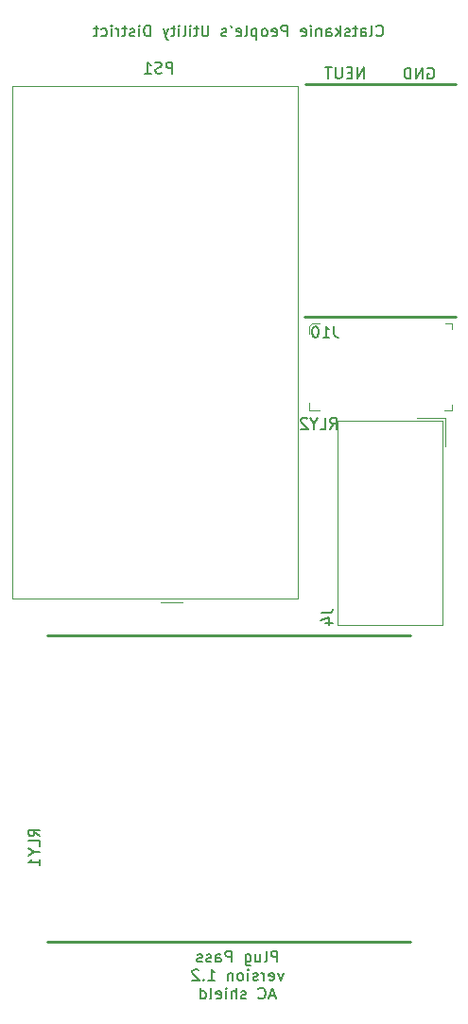
<source format=gbo>
G04 #@! TF.GenerationSoftware,KiCad,Pcbnew,(5.1.5)-3*
G04 #@! TF.CreationDate,2020-05-28T10:51:02-07:00*
G04 #@! TF.ProjectId,Plug_Pass_AC_shield,506c7567-5f50-4617-9373-5f41435f7368,v1.2*
G04 #@! TF.SameCoordinates,Original*
G04 #@! TF.FileFunction,Legend,Bot*
G04 #@! TF.FilePolarity,Positive*
%FSLAX46Y46*%
G04 Gerber Fmt 4.6, Leading zero omitted, Abs format (unit mm)*
G04 Created by KiCad (PCBNEW (5.1.5)-3) date 2020-05-28 10:51:02*
%MOMM*%
%LPD*%
G04 APERTURE LIST*
%ADD10C,0.150000*%
%ADD11C,0.100000*%
%ADD12C,0.250000*%
%ADD13C,0.120000*%
G04 APERTURE END LIST*
D10*
X202265468Y-137587980D02*
X202265468Y-136587980D01*
X201884516Y-136587980D01*
X201789278Y-136635600D01*
X201741659Y-136683219D01*
X201694040Y-136778457D01*
X201694040Y-136921314D01*
X201741659Y-137016552D01*
X201789278Y-137064171D01*
X201884516Y-137111790D01*
X202265468Y-137111790D01*
X201122611Y-137587980D02*
X201217849Y-137540361D01*
X201265468Y-137445123D01*
X201265468Y-136587980D01*
X200313087Y-136921314D02*
X200313087Y-137587980D01*
X200741659Y-136921314D02*
X200741659Y-137445123D01*
X200694040Y-137540361D01*
X200598801Y-137587980D01*
X200455944Y-137587980D01*
X200360706Y-137540361D01*
X200313087Y-137492742D01*
X199408325Y-136921314D02*
X199408325Y-137730838D01*
X199455944Y-137826076D01*
X199503563Y-137873695D01*
X199598801Y-137921314D01*
X199741659Y-137921314D01*
X199836897Y-137873695D01*
X199408325Y-137540361D02*
X199503563Y-137587980D01*
X199694040Y-137587980D01*
X199789278Y-137540361D01*
X199836897Y-137492742D01*
X199884516Y-137397504D01*
X199884516Y-137111790D01*
X199836897Y-137016552D01*
X199789278Y-136968933D01*
X199694040Y-136921314D01*
X199503563Y-136921314D01*
X199408325Y-136968933D01*
X198170230Y-137587980D02*
X198170230Y-136587980D01*
X197789278Y-136587980D01*
X197694040Y-136635600D01*
X197646420Y-136683219D01*
X197598801Y-136778457D01*
X197598801Y-136921314D01*
X197646420Y-137016552D01*
X197694040Y-137064171D01*
X197789278Y-137111790D01*
X198170230Y-137111790D01*
X196741659Y-137587980D02*
X196741659Y-137064171D01*
X196789278Y-136968933D01*
X196884516Y-136921314D01*
X197074992Y-136921314D01*
X197170230Y-136968933D01*
X196741659Y-137540361D02*
X196836897Y-137587980D01*
X197074992Y-137587980D01*
X197170230Y-137540361D01*
X197217849Y-137445123D01*
X197217849Y-137349885D01*
X197170230Y-137254647D01*
X197074992Y-137207028D01*
X196836897Y-137207028D01*
X196741659Y-137159409D01*
X196313087Y-137540361D02*
X196217849Y-137587980D01*
X196027373Y-137587980D01*
X195932135Y-137540361D01*
X195884516Y-137445123D01*
X195884516Y-137397504D01*
X195932135Y-137302266D01*
X196027373Y-137254647D01*
X196170230Y-137254647D01*
X196265468Y-137207028D01*
X196313087Y-137111790D01*
X196313087Y-137064171D01*
X196265468Y-136968933D01*
X196170230Y-136921314D01*
X196027373Y-136921314D01*
X195932135Y-136968933D01*
X195503563Y-137540361D02*
X195408325Y-137587980D01*
X195217849Y-137587980D01*
X195122611Y-137540361D01*
X195074992Y-137445123D01*
X195074992Y-137397504D01*
X195122611Y-137302266D01*
X195217849Y-137254647D01*
X195360706Y-137254647D01*
X195455944Y-137207028D01*
X195503563Y-137111790D01*
X195503563Y-137064171D01*
X195455944Y-136968933D01*
X195360706Y-136921314D01*
X195217849Y-136921314D01*
X195122611Y-136968933D01*
X202789278Y-138571314D02*
X202551182Y-139237980D01*
X202313087Y-138571314D01*
X201551182Y-139190361D02*
X201646420Y-139237980D01*
X201836897Y-139237980D01*
X201932135Y-139190361D01*
X201979754Y-139095123D01*
X201979754Y-138714171D01*
X201932135Y-138618933D01*
X201836897Y-138571314D01*
X201646420Y-138571314D01*
X201551182Y-138618933D01*
X201503563Y-138714171D01*
X201503563Y-138809409D01*
X201979754Y-138904647D01*
X201074992Y-139237980D02*
X201074992Y-138571314D01*
X201074992Y-138761790D02*
X201027373Y-138666552D01*
X200979754Y-138618933D01*
X200884516Y-138571314D01*
X200789278Y-138571314D01*
X200503563Y-139190361D02*
X200408325Y-139237980D01*
X200217849Y-139237980D01*
X200122611Y-139190361D01*
X200074992Y-139095123D01*
X200074992Y-139047504D01*
X200122611Y-138952266D01*
X200217849Y-138904647D01*
X200360706Y-138904647D01*
X200455944Y-138857028D01*
X200503563Y-138761790D01*
X200503563Y-138714171D01*
X200455944Y-138618933D01*
X200360706Y-138571314D01*
X200217849Y-138571314D01*
X200122611Y-138618933D01*
X199646420Y-139237980D02*
X199646420Y-138571314D01*
X199646420Y-138237980D02*
X199694040Y-138285600D01*
X199646420Y-138333219D01*
X199598801Y-138285600D01*
X199646420Y-138237980D01*
X199646420Y-138333219D01*
X199027373Y-139237980D02*
X199122611Y-139190361D01*
X199170230Y-139142742D01*
X199217849Y-139047504D01*
X199217849Y-138761790D01*
X199170230Y-138666552D01*
X199122611Y-138618933D01*
X199027373Y-138571314D01*
X198884516Y-138571314D01*
X198789278Y-138618933D01*
X198741659Y-138666552D01*
X198694040Y-138761790D01*
X198694040Y-139047504D01*
X198741659Y-139142742D01*
X198789278Y-139190361D01*
X198884516Y-139237980D01*
X199027373Y-139237980D01*
X198265468Y-138571314D02*
X198265468Y-139237980D01*
X198265468Y-138666552D02*
X198217849Y-138618933D01*
X198122611Y-138571314D01*
X197979754Y-138571314D01*
X197884516Y-138618933D01*
X197836897Y-138714171D01*
X197836897Y-139237980D01*
X196074992Y-139237980D02*
X196646420Y-139237980D01*
X196360706Y-139237980D02*
X196360706Y-138237980D01*
X196455944Y-138380838D01*
X196551182Y-138476076D01*
X196646420Y-138523695D01*
X195646420Y-139142742D02*
X195598801Y-139190361D01*
X195646420Y-139237980D01*
X195694040Y-139190361D01*
X195646420Y-139142742D01*
X195646420Y-139237980D01*
X195217849Y-138333219D02*
X195170230Y-138285600D01*
X195074992Y-138237980D01*
X194836897Y-138237980D01*
X194741659Y-138285600D01*
X194694040Y-138333219D01*
X194646420Y-138428457D01*
X194646420Y-138523695D01*
X194694040Y-138666552D01*
X195265468Y-139237980D01*
X194646420Y-139237980D01*
X202051182Y-140602266D02*
X201574992Y-140602266D01*
X202146420Y-140887980D02*
X201813087Y-139887980D01*
X201479754Y-140887980D01*
X200574992Y-140792742D02*
X200622611Y-140840361D01*
X200765468Y-140887980D01*
X200860706Y-140887980D01*
X201003563Y-140840361D01*
X201098801Y-140745123D01*
X201146420Y-140649885D01*
X201194040Y-140459409D01*
X201194040Y-140316552D01*
X201146420Y-140126076D01*
X201098801Y-140030838D01*
X201003563Y-139935600D01*
X200860706Y-139887980D01*
X200765468Y-139887980D01*
X200622611Y-139935600D01*
X200574992Y-139983219D01*
X199432135Y-140840361D02*
X199336897Y-140887980D01*
X199146420Y-140887980D01*
X199051182Y-140840361D01*
X199003563Y-140745123D01*
X199003563Y-140697504D01*
X199051182Y-140602266D01*
X199146420Y-140554647D01*
X199289278Y-140554647D01*
X199384516Y-140507028D01*
X199432135Y-140411790D01*
X199432135Y-140364171D01*
X199384516Y-140268933D01*
X199289278Y-140221314D01*
X199146420Y-140221314D01*
X199051182Y-140268933D01*
X198574992Y-140887980D02*
X198574992Y-139887980D01*
X198146420Y-140887980D02*
X198146420Y-140364171D01*
X198194040Y-140268933D01*
X198289278Y-140221314D01*
X198432135Y-140221314D01*
X198527373Y-140268933D01*
X198574992Y-140316552D01*
X197670230Y-140887980D02*
X197670230Y-140221314D01*
X197670230Y-139887980D02*
X197717849Y-139935600D01*
X197670230Y-139983219D01*
X197622611Y-139935600D01*
X197670230Y-139887980D01*
X197670230Y-139983219D01*
X196813087Y-140840361D02*
X196908325Y-140887980D01*
X197098801Y-140887980D01*
X197194040Y-140840361D01*
X197241659Y-140745123D01*
X197241659Y-140364171D01*
X197194040Y-140268933D01*
X197098801Y-140221314D01*
X196908325Y-140221314D01*
X196813087Y-140268933D01*
X196765468Y-140364171D01*
X196765468Y-140459409D01*
X197241659Y-140554647D01*
X196194040Y-140887980D02*
X196289278Y-140840361D01*
X196336897Y-140745123D01*
X196336897Y-139887980D01*
X195384516Y-140887980D02*
X195384516Y-139887980D01*
X195384516Y-140840361D02*
X195479754Y-140887980D01*
X195670230Y-140887980D01*
X195765468Y-140840361D01*
X195813087Y-140792742D01*
X195860706Y-140697504D01*
X195860706Y-140411790D01*
X195813087Y-140316552D01*
X195765468Y-140268933D01*
X195670230Y-140221314D01*
X195479754Y-140221314D01*
X195384516Y-140268933D01*
X211127074Y-54603922D02*
X211174693Y-54651541D01*
X211317550Y-54699160D01*
X211412788Y-54699160D01*
X211555645Y-54651541D01*
X211650883Y-54556303D01*
X211698502Y-54461065D01*
X211746121Y-54270589D01*
X211746121Y-54127732D01*
X211698502Y-53937256D01*
X211650883Y-53842018D01*
X211555645Y-53746780D01*
X211412788Y-53699160D01*
X211317550Y-53699160D01*
X211174693Y-53746780D01*
X211127074Y-53794399D01*
X210555645Y-54699160D02*
X210650883Y-54651541D01*
X210698502Y-54556303D01*
X210698502Y-53699160D01*
X209746121Y-54699160D02*
X209746121Y-54175351D01*
X209793740Y-54080113D01*
X209888979Y-54032494D01*
X210079455Y-54032494D01*
X210174693Y-54080113D01*
X209746121Y-54651541D02*
X209841360Y-54699160D01*
X210079455Y-54699160D01*
X210174693Y-54651541D01*
X210222312Y-54556303D01*
X210222312Y-54461065D01*
X210174693Y-54365827D01*
X210079455Y-54318208D01*
X209841360Y-54318208D01*
X209746121Y-54270589D01*
X209412788Y-54032494D02*
X209031836Y-54032494D01*
X209269931Y-53699160D02*
X209269931Y-54556303D01*
X209222312Y-54651541D01*
X209127074Y-54699160D01*
X209031836Y-54699160D01*
X208746121Y-54651541D02*
X208650883Y-54699160D01*
X208460407Y-54699160D01*
X208365169Y-54651541D01*
X208317550Y-54556303D01*
X208317550Y-54508684D01*
X208365169Y-54413446D01*
X208460407Y-54365827D01*
X208603264Y-54365827D01*
X208698502Y-54318208D01*
X208746121Y-54222970D01*
X208746121Y-54175351D01*
X208698502Y-54080113D01*
X208603264Y-54032494D01*
X208460407Y-54032494D01*
X208365169Y-54080113D01*
X207888979Y-54699160D02*
X207888979Y-53699160D01*
X207793740Y-54318208D02*
X207508026Y-54699160D01*
X207508026Y-54032494D02*
X207888979Y-54413446D01*
X206650883Y-54699160D02*
X206650883Y-54175351D01*
X206698502Y-54080113D01*
X206793740Y-54032494D01*
X206984217Y-54032494D01*
X207079455Y-54080113D01*
X206650883Y-54651541D02*
X206746121Y-54699160D01*
X206984217Y-54699160D01*
X207079455Y-54651541D01*
X207127074Y-54556303D01*
X207127074Y-54461065D01*
X207079455Y-54365827D01*
X206984217Y-54318208D01*
X206746121Y-54318208D01*
X206650883Y-54270589D01*
X206174693Y-54032494D02*
X206174693Y-54699160D01*
X206174693Y-54127732D02*
X206127074Y-54080113D01*
X206031836Y-54032494D01*
X205888979Y-54032494D01*
X205793740Y-54080113D01*
X205746121Y-54175351D01*
X205746121Y-54699160D01*
X205269931Y-54699160D02*
X205269931Y-54032494D01*
X205269931Y-53699160D02*
X205317550Y-53746780D01*
X205269931Y-53794399D01*
X205222312Y-53746780D01*
X205269931Y-53699160D01*
X205269931Y-53794399D01*
X204412788Y-54651541D02*
X204508026Y-54699160D01*
X204698502Y-54699160D01*
X204793740Y-54651541D01*
X204841360Y-54556303D01*
X204841360Y-54175351D01*
X204793740Y-54080113D01*
X204698502Y-54032494D01*
X204508026Y-54032494D01*
X204412788Y-54080113D01*
X204365169Y-54175351D01*
X204365169Y-54270589D01*
X204841360Y-54365827D01*
X203174693Y-54699160D02*
X203174693Y-53699160D01*
X202793740Y-53699160D01*
X202698502Y-53746780D01*
X202650883Y-53794399D01*
X202603264Y-53889637D01*
X202603264Y-54032494D01*
X202650883Y-54127732D01*
X202698502Y-54175351D01*
X202793740Y-54222970D01*
X203174693Y-54222970D01*
X201793740Y-54651541D02*
X201888979Y-54699160D01*
X202079455Y-54699160D01*
X202174693Y-54651541D01*
X202222312Y-54556303D01*
X202222312Y-54175351D01*
X202174693Y-54080113D01*
X202079455Y-54032494D01*
X201888979Y-54032494D01*
X201793740Y-54080113D01*
X201746121Y-54175351D01*
X201746121Y-54270589D01*
X202222312Y-54365827D01*
X201174693Y-54699160D02*
X201269931Y-54651541D01*
X201317550Y-54603922D01*
X201365169Y-54508684D01*
X201365169Y-54222970D01*
X201317550Y-54127732D01*
X201269931Y-54080113D01*
X201174693Y-54032494D01*
X201031836Y-54032494D01*
X200936598Y-54080113D01*
X200888979Y-54127732D01*
X200841360Y-54222970D01*
X200841360Y-54508684D01*
X200888979Y-54603922D01*
X200936598Y-54651541D01*
X201031836Y-54699160D01*
X201174693Y-54699160D01*
X200412788Y-54032494D02*
X200412788Y-55032494D01*
X200412788Y-54080113D02*
X200317550Y-54032494D01*
X200127074Y-54032494D01*
X200031836Y-54080113D01*
X199984217Y-54127732D01*
X199936598Y-54222970D01*
X199936598Y-54508684D01*
X199984217Y-54603922D01*
X200031836Y-54651541D01*
X200127074Y-54699160D01*
X200317550Y-54699160D01*
X200412788Y-54651541D01*
X199365169Y-54699160D02*
X199460407Y-54651541D01*
X199508026Y-54556303D01*
X199508026Y-53699160D01*
X198603264Y-54651541D02*
X198698502Y-54699160D01*
X198888979Y-54699160D01*
X198984217Y-54651541D01*
X199031836Y-54556303D01*
X199031836Y-54175351D01*
X198984217Y-54080113D01*
X198888979Y-54032494D01*
X198698502Y-54032494D01*
X198603264Y-54080113D01*
X198555645Y-54175351D01*
X198555645Y-54270589D01*
X199031836Y-54365827D01*
X198079455Y-53699160D02*
X198174693Y-53889637D01*
X197698502Y-54651541D02*
X197603264Y-54699160D01*
X197412788Y-54699160D01*
X197317550Y-54651541D01*
X197269931Y-54556303D01*
X197269931Y-54508684D01*
X197317550Y-54413446D01*
X197412788Y-54365827D01*
X197555645Y-54365827D01*
X197650883Y-54318208D01*
X197698502Y-54222970D01*
X197698502Y-54175351D01*
X197650883Y-54080113D01*
X197555645Y-54032494D01*
X197412788Y-54032494D01*
X197317550Y-54080113D01*
X196079455Y-53699160D02*
X196079455Y-54508684D01*
X196031836Y-54603922D01*
X195984217Y-54651541D01*
X195888979Y-54699160D01*
X195698502Y-54699160D01*
X195603264Y-54651541D01*
X195555645Y-54603922D01*
X195508026Y-54508684D01*
X195508026Y-53699160D01*
X195174693Y-54032494D02*
X194793740Y-54032494D01*
X195031836Y-53699160D02*
X195031836Y-54556303D01*
X194984217Y-54651541D01*
X194888979Y-54699160D01*
X194793740Y-54699160D01*
X194460407Y-54699160D02*
X194460407Y-54032494D01*
X194460407Y-53699160D02*
X194508026Y-53746780D01*
X194460407Y-53794399D01*
X194412788Y-53746780D01*
X194460407Y-53699160D01*
X194460407Y-53794399D01*
X193841360Y-54699160D02*
X193936598Y-54651541D01*
X193984217Y-54556303D01*
X193984217Y-53699160D01*
X193460407Y-54699160D02*
X193460407Y-54032494D01*
X193460407Y-53699160D02*
X193508026Y-53746780D01*
X193460407Y-53794399D01*
X193412788Y-53746780D01*
X193460407Y-53699160D01*
X193460407Y-53794399D01*
X193127074Y-54032494D02*
X192746121Y-54032494D01*
X192984217Y-53699160D02*
X192984217Y-54556303D01*
X192936598Y-54651541D01*
X192841360Y-54699160D01*
X192746121Y-54699160D01*
X192508026Y-54032494D02*
X192269931Y-54699160D01*
X192031836Y-54032494D02*
X192269931Y-54699160D01*
X192365169Y-54937256D01*
X192412788Y-54984875D01*
X192508026Y-55032494D01*
X190888979Y-54699160D02*
X190888979Y-53699160D01*
X190650883Y-53699160D01*
X190508026Y-53746780D01*
X190412788Y-53842018D01*
X190365169Y-53937256D01*
X190317550Y-54127732D01*
X190317550Y-54270589D01*
X190365169Y-54461065D01*
X190412788Y-54556303D01*
X190508026Y-54651541D01*
X190650883Y-54699160D01*
X190888979Y-54699160D01*
X189888979Y-54699160D02*
X189888979Y-54032494D01*
X189888979Y-53699160D02*
X189936598Y-53746780D01*
X189888979Y-53794399D01*
X189841360Y-53746780D01*
X189888979Y-53699160D01*
X189888979Y-53794399D01*
X189460407Y-54651541D02*
X189365169Y-54699160D01*
X189174693Y-54699160D01*
X189079455Y-54651541D01*
X189031836Y-54556303D01*
X189031836Y-54508684D01*
X189079455Y-54413446D01*
X189174693Y-54365827D01*
X189317550Y-54365827D01*
X189412788Y-54318208D01*
X189460407Y-54222970D01*
X189460407Y-54175351D01*
X189412788Y-54080113D01*
X189317550Y-54032494D01*
X189174693Y-54032494D01*
X189079455Y-54080113D01*
X188746121Y-54032494D02*
X188365169Y-54032494D01*
X188603264Y-53699160D02*
X188603264Y-54556303D01*
X188555645Y-54651541D01*
X188460407Y-54699160D01*
X188365169Y-54699160D01*
X188031836Y-54699160D02*
X188031836Y-54032494D01*
X188031836Y-54222970D02*
X187984217Y-54127732D01*
X187936598Y-54080113D01*
X187841360Y-54032494D01*
X187746121Y-54032494D01*
X187412788Y-54699160D02*
X187412788Y-54032494D01*
X187412788Y-53699160D02*
X187460407Y-53746780D01*
X187412788Y-53794399D01*
X187365169Y-53746780D01*
X187412788Y-53699160D01*
X187412788Y-53794399D01*
X186508026Y-54651541D02*
X186603264Y-54699160D01*
X186793740Y-54699160D01*
X186888979Y-54651541D01*
X186936598Y-54603922D01*
X186984217Y-54508684D01*
X186984217Y-54222970D01*
X186936598Y-54127732D01*
X186888979Y-54080113D01*
X186793740Y-54032494D01*
X186603264Y-54032494D01*
X186508026Y-54080113D01*
X186222312Y-54032494D02*
X185841360Y-54032494D01*
X186079455Y-53699160D02*
X186079455Y-54556303D01*
X186031836Y-54651541D01*
X185936598Y-54699160D01*
X185841360Y-54699160D01*
D11*
X217877000Y-88163000D02*
X217877000Y-87713000D01*
X217252000Y-88163000D02*
X217877000Y-88163000D01*
X217877000Y-80413000D02*
X217277000Y-80413000D01*
X217877000Y-80838000D02*
X217877000Y-80413000D01*
X217877000Y-80788000D02*
X217877000Y-80888000D01*
X205127000Y-88163000D02*
X205127000Y-87488000D01*
X206002000Y-88163000D02*
X205127000Y-88163000D01*
X205127000Y-80688000D02*
X205127000Y-81363000D01*
X205402000Y-80413000D02*
X205127000Y-80688000D01*
X206002000Y-80413000D02*
X205402000Y-80413000D01*
D12*
X204752040Y-59021980D02*
X218252040Y-59021980D01*
X204720240Y-79807580D02*
X218220240Y-79807580D01*
X181625240Y-108337320D02*
X214135240Y-108337320D01*
X181625240Y-135767320D02*
X214135240Y-135767320D01*
D13*
X204086000Y-105086640D02*
X178486000Y-105086640D01*
X178486000Y-105086640D02*
X178486000Y-59186640D01*
X204086000Y-105086640D02*
X204086000Y-59186640D01*
X204086000Y-59186640D02*
X178486000Y-59186640D01*
X193786000Y-105386640D02*
X191786000Y-105386640D01*
X217269000Y-88888000D02*
X214729000Y-88888000D01*
X217269000Y-88888000D02*
X217269000Y-91428000D01*
X217019000Y-89138000D02*
X207669000Y-89138000D01*
X217019000Y-107458000D02*
X217019000Y-89138000D01*
X207669000Y-107458000D02*
X217019000Y-107458000D01*
X207669000Y-89138000D02*
X207669000Y-107458000D01*
D10*
X206994000Y-89860380D02*
X207327333Y-89384190D01*
X207565428Y-89860380D02*
X207565428Y-88860380D01*
X207184476Y-88860380D01*
X207089238Y-88908000D01*
X207041619Y-88955619D01*
X206994000Y-89050857D01*
X206994000Y-89193714D01*
X207041619Y-89288952D01*
X207089238Y-89336571D01*
X207184476Y-89384190D01*
X207565428Y-89384190D01*
X206089238Y-89860380D02*
X206565428Y-89860380D01*
X206565428Y-88860380D01*
X205565428Y-89384190D02*
X205565428Y-89860380D01*
X205898761Y-88860380D02*
X205565428Y-89384190D01*
X205232095Y-88860380D01*
X204946380Y-88955619D02*
X204898761Y-88908000D01*
X204803523Y-88860380D01*
X204565428Y-88860380D01*
X204470190Y-88908000D01*
X204422571Y-88955619D01*
X204374952Y-89050857D01*
X204374952Y-89146095D01*
X204422571Y-89288952D01*
X204994000Y-89860380D01*
X204374952Y-89860380D01*
X207344543Y-80661260D02*
X207344543Y-81375546D01*
X207392162Y-81518403D01*
X207487400Y-81613641D01*
X207630258Y-81661260D01*
X207725496Y-81661260D01*
X206344543Y-81661260D02*
X206915972Y-81661260D01*
X206630258Y-81661260D02*
X206630258Y-80661260D01*
X206725496Y-80804118D01*
X206820734Y-80899356D01*
X206915972Y-80946975D01*
X205725496Y-80661260D02*
X205630258Y-80661260D01*
X205535020Y-80708880D01*
X205487400Y-80756499D01*
X205439781Y-80851737D01*
X205392162Y-81042213D01*
X205392162Y-81280308D01*
X205439781Y-81470784D01*
X205487400Y-81566022D01*
X205535020Y-81613641D01*
X205630258Y-81661260D01*
X205725496Y-81661260D01*
X205820734Y-81613641D01*
X205868353Y-81566022D01*
X205915972Y-81470784D01*
X205963591Y-81280308D01*
X205963591Y-81042213D01*
X205915972Y-80851737D01*
X205868353Y-80756499D01*
X205820734Y-80708880D01*
X205725496Y-80661260D01*
X215737344Y-57556780D02*
X215832582Y-57509160D01*
X215975440Y-57509160D01*
X216118297Y-57556780D01*
X216213535Y-57652018D01*
X216261154Y-57747256D01*
X216308773Y-57937732D01*
X216308773Y-58080589D01*
X216261154Y-58271065D01*
X216213535Y-58366303D01*
X216118297Y-58461541D01*
X215975440Y-58509160D01*
X215880201Y-58509160D01*
X215737344Y-58461541D01*
X215689725Y-58413922D01*
X215689725Y-58080589D01*
X215880201Y-58080589D01*
X215261154Y-58509160D02*
X215261154Y-57509160D01*
X214689725Y-58509160D01*
X214689725Y-57509160D01*
X214213535Y-58509160D02*
X214213535Y-57509160D01*
X213975440Y-57509160D01*
X213832582Y-57556780D01*
X213737344Y-57652018D01*
X213689725Y-57747256D01*
X213642106Y-57937732D01*
X213642106Y-58080589D01*
X213689725Y-58271065D01*
X213737344Y-58366303D01*
X213832582Y-58461541D01*
X213975440Y-58509160D01*
X214213535Y-58509160D01*
X209988897Y-58483760D02*
X209988897Y-57483760D01*
X209417468Y-58483760D01*
X209417468Y-57483760D01*
X208941278Y-57959951D02*
X208607944Y-57959951D01*
X208465087Y-58483760D02*
X208941278Y-58483760D01*
X208941278Y-57483760D01*
X208465087Y-57483760D01*
X208036516Y-57483760D02*
X208036516Y-58293284D01*
X207988897Y-58388522D01*
X207941278Y-58436141D01*
X207846040Y-58483760D01*
X207655563Y-58483760D01*
X207560325Y-58436141D01*
X207512706Y-58388522D01*
X207465087Y-58293284D01*
X207465087Y-57483760D01*
X207131754Y-57483760D02*
X206560325Y-57483760D01*
X206846040Y-58483760D02*
X206846040Y-57483760D01*
X180985420Y-126334520D02*
X180509230Y-126001186D01*
X180985420Y-125763091D02*
X179985420Y-125763091D01*
X179985420Y-126144043D01*
X180033040Y-126239281D01*
X180080659Y-126286900D01*
X180175897Y-126334520D01*
X180318754Y-126334520D01*
X180413992Y-126286900D01*
X180461611Y-126239281D01*
X180509230Y-126144043D01*
X180509230Y-125763091D01*
X180985420Y-127239281D02*
X180985420Y-126763091D01*
X179985420Y-126763091D01*
X180509230Y-127763091D02*
X180985420Y-127763091D01*
X179985420Y-127429758D02*
X180509230Y-127763091D01*
X179985420Y-128096424D01*
X180985420Y-128953567D02*
X180985420Y-128382139D01*
X180985420Y-128667853D02*
X179985420Y-128667853D01*
X180128278Y-128572615D01*
X180223516Y-128477377D01*
X180271135Y-128382139D01*
X192857285Y-58024020D02*
X192857285Y-57024020D01*
X192476333Y-57024020D01*
X192381095Y-57071640D01*
X192333476Y-57119259D01*
X192285857Y-57214497D01*
X192285857Y-57357354D01*
X192333476Y-57452592D01*
X192381095Y-57500211D01*
X192476333Y-57547830D01*
X192857285Y-57547830D01*
X191904904Y-57976401D02*
X191762047Y-58024020D01*
X191523952Y-58024020D01*
X191428714Y-57976401D01*
X191381095Y-57928782D01*
X191333476Y-57833544D01*
X191333476Y-57738306D01*
X191381095Y-57643068D01*
X191428714Y-57595449D01*
X191523952Y-57547830D01*
X191714428Y-57500211D01*
X191809666Y-57452592D01*
X191857285Y-57404973D01*
X191904904Y-57309735D01*
X191904904Y-57214497D01*
X191857285Y-57119259D01*
X191809666Y-57071640D01*
X191714428Y-57024020D01*
X191476333Y-57024020D01*
X191333476Y-57071640D01*
X190381095Y-58024020D02*
X190952523Y-58024020D01*
X190666809Y-58024020D02*
X190666809Y-57024020D01*
X190762047Y-57166878D01*
X190857285Y-57262116D01*
X190952523Y-57309735D01*
X206208380Y-106346666D02*
X206922666Y-106346666D01*
X207065523Y-106299047D01*
X207160761Y-106203809D01*
X207208380Y-106060952D01*
X207208380Y-105965714D01*
X206541714Y-107251428D02*
X207208380Y-107251428D01*
X206160761Y-107013333D02*
X206875047Y-106775238D01*
X206875047Y-107394285D01*
M02*

</source>
